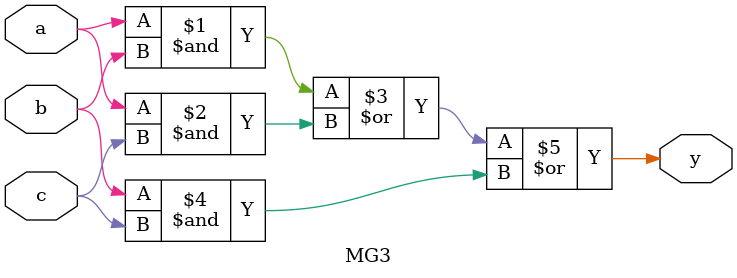
<source format=v>
`timescale 1ns / 1ps

module MG3(
    input wire a,   
    input wire b,  
    input wire c,  
    output wire y 
);

assign y = (a & b) | (a & c) | (b & c);

endmodule

</source>
